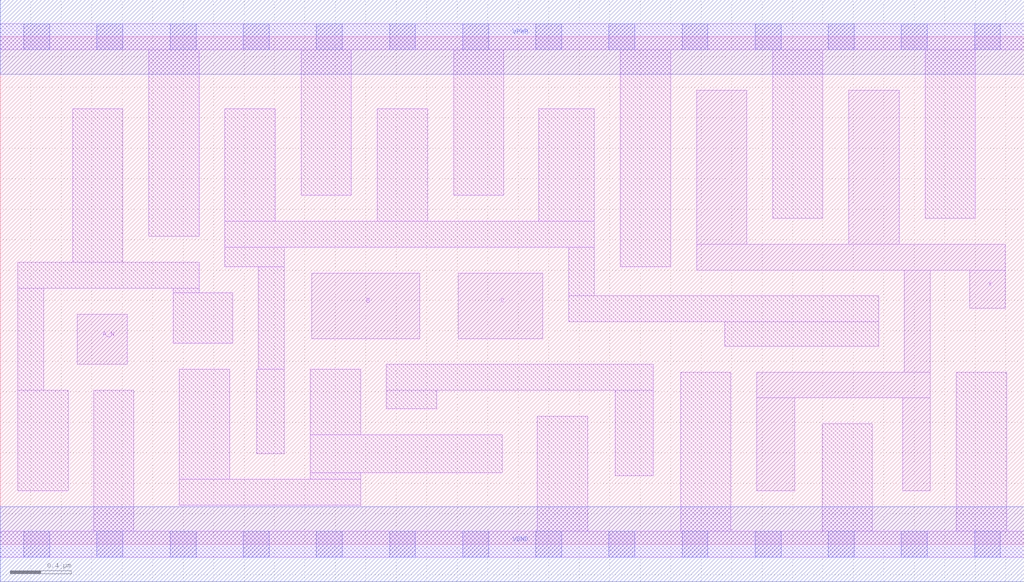
<source format=lef>
# Copyright 2020 The SkyWater PDK Authors
#
# Licensed under the Apache License, Version 2.0 (the "License");
# you may not use this file except in compliance with the License.
# You may obtain a copy of the License at
#
#     https://www.apache.org/licenses/LICENSE-2.0
#
# Unless required by applicable law or agreed to in writing, software
# distributed under the License is distributed on an "AS IS" BASIS,
# WITHOUT WARRANTIES OR CONDITIONS OF ANY KIND, either express or implied.
# See the License for the specific language governing permissions and
# limitations under the License.
#
# SPDX-License-Identifier: Apache-2.0

VERSION 5.7 ;
  NAMESCASESENSITIVE ON ;
  NOWIREEXTENSIONATPIN ON ;
  DIVIDERCHAR "/" ;
  BUSBITCHARS "[]" ;
UNITS
  DATABASE MICRONS 200 ;
END UNITS
MACRO sky130_fd_sc_hs__and3b_4
  CLASS CORE ;
  SOURCE USER ;
  FOREIGN sky130_fd_sc_hs__and3b_4 ;
  ORIGIN  0.000000  0.000000 ;
  SIZE  6.720000 BY  3.330000 ;
  SYMMETRY X Y ;
  SITE unit ;
  PIN A_N
    ANTENNAGATEAREA  0.246000 ;
    DIRECTION INPUT ;
    USE SIGNAL ;
    PORT
      LAYER li1 ;
        RECT 0.505000 1.180000 0.835000 1.510000 ;
    END
  END A_N
  PIN B
    ANTENNAGATEAREA  0.492000 ;
    DIRECTION INPUT ;
    USE SIGNAL ;
    PORT
      LAYER li1 ;
        RECT 2.045000 1.350000 2.755000 1.780000 ;
    END
  END B
  PIN C
    ANTENNAGATEAREA  0.492000 ;
    DIRECTION INPUT ;
    USE SIGNAL ;
    PORT
      LAYER li1 ;
        RECT 3.005000 1.350000 3.560000 1.780000 ;
    END
  END C
  PIN X
    ANTENNADIFFAREA  1.138200 ;
    DIRECTION OUTPUT ;
    USE SIGNAL ;
    PORT
      LAYER li1 ;
        RECT 4.570000 1.800000 6.595000 1.970000 ;
        RECT 4.570000 1.970000 4.900000 2.980000 ;
        RECT 4.965000 0.350000 5.215000 0.960000 ;
        RECT 4.965000 0.960000 6.105000 1.130000 ;
        RECT 5.570000 1.970000 5.900000 2.980000 ;
        RECT 5.925000 0.350000 6.105000 0.960000 ;
        RECT 5.935000 1.130000 6.105000 1.800000 ;
        RECT 6.365000 1.550000 6.595000 1.800000 ;
    END
  END X
  PIN VGND
    DIRECTION INOUT ;
    USE GROUND ;
    PORT
      LAYER met1 ;
        RECT 0.000000 -0.245000 6.720000 0.245000 ;
    END
  END VGND
  PIN VPWR
    DIRECTION INOUT ;
    USE POWER ;
    PORT
      LAYER met1 ;
        RECT 0.000000 3.085000 6.720000 3.575000 ;
    END
  END VPWR
  OBS
    LAYER li1 ;
      RECT 0.000000 -0.085000 6.720000 0.085000 ;
      RECT 0.000000  3.245000 6.720000 3.415000 ;
      RECT 0.115000  0.350000 0.445000 1.010000 ;
      RECT 0.115000  1.010000 0.285000 1.680000 ;
      RECT 0.115000  1.680000 1.305000 1.850000 ;
      RECT 0.475000  1.850000 0.805000 2.860000 ;
      RECT 0.615000  0.085000 0.875000 1.010000 ;
      RECT 0.975000  2.020000 1.305000 3.245000 ;
      RECT 1.135000  1.320000 1.525000 1.650000 ;
      RECT 1.135000  1.650000 1.305000 1.680000 ;
      RECT 1.175000  0.255000 2.365000 0.425000 ;
      RECT 1.175000  0.425000 1.505000 1.150000 ;
      RECT 1.475000  1.820000 1.865000 1.950000 ;
      RECT 1.475000  1.950000 3.900000 2.120000 ;
      RECT 1.475000  2.120000 1.805000 2.860000 ;
      RECT 1.685000  0.595000 1.865000 1.150000 ;
      RECT 1.695000  1.150000 1.865000 1.820000 ;
      RECT 1.975000  2.290000 2.305000 3.245000 ;
      RECT 2.035000  0.425000 2.365000 0.470000 ;
      RECT 2.035000  0.470000 3.295000 0.720000 ;
      RECT 2.035000  0.720000 2.365000 1.150000 ;
      RECT 2.475000  2.120000 2.805000 2.860000 ;
      RECT 2.535000  0.890000 2.865000 1.010000 ;
      RECT 2.535000  1.010000 4.285000 1.180000 ;
      RECT 2.975000  2.290000 3.305000 3.245000 ;
      RECT 3.525000  0.085000 3.855000 0.840000 ;
      RECT 3.535000  2.120000 3.900000 2.860000 ;
      RECT 3.730000  1.460000 5.765000 1.630000 ;
      RECT 3.730000  1.630000 3.900000 1.950000 ;
      RECT 4.035000  0.450000 4.285000 1.010000 ;
      RECT 4.070000  1.820000 4.400000 3.245000 ;
      RECT 4.465000  0.085000 4.795000 1.130000 ;
      RECT 4.755000  1.300000 5.765000 1.460000 ;
      RECT 5.070000  2.140000 5.400000 3.245000 ;
      RECT 5.395000  0.085000 5.725000 0.790000 ;
      RECT 6.070000  2.140000 6.400000 3.245000 ;
      RECT 6.275000  0.085000 6.605000 1.130000 ;
    LAYER mcon ;
      RECT 0.155000 -0.085000 0.325000 0.085000 ;
      RECT 0.155000  3.245000 0.325000 3.415000 ;
      RECT 0.635000 -0.085000 0.805000 0.085000 ;
      RECT 0.635000  3.245000 0.805000 3.415000 ;
      RECT 1.115000 -0.085000 1.285000 0.085000 ;
      RECT 1.115000  3.245000 1.285000 3.415000 ;
      RECT 1.595000 -0.085000 1.765000 0.085000 ;
      RECT 1.595000  3.245000 1.765000 3.415000 ;
      RECT 2.075000 -0.085000 2.245000 0.085000 ;
      RECT 2.075000  3.245000 2.245000 3.415000 ;
      RECT 2.555000 -0.085000 2.725000 0.085000 ;
      RECT 2.555000  3.245000 2.725000 3.415000 ;
      RECT 3.035000 -0.085000 3.205000 0.085000 ;
      RECT 3.035000  3.245000 3.205000 3.415000 ;
      RECT 3.515000 -0.085000 3.685000 0.085000 ;
      RECT 3.515000  3.245000 3.685000 3.415000 ;
      RECT 3.995000 -0.085000 4.165000 0.085000 ;
      RECT 3.995000  3.245000 4.165000 3.415000 ;
      RECT 4.475000 -0.085000 4.645000 0.085000 ;
      RECT 4.475000  3.245000 4.645000 3.415000 ;
      RECT 4.955000 -0.085000 5.125000 0.085000 ;
      RECT 4.955000  3.245000 5.125000 3.415000 ;
      RECT 5.435000 -0.085000 5.605000 0.085000 ;
      RECT 5.435000  3.245000 5.605000 3.415000 ;
      RECT 5.915000 -0.085000 6.085000 0.085000 ;
      RECT 5.915000  3.245000 6.085000 3.415000 ;
      RECT 6.395000 -0.085000 6.565000 0.085000 ;
      RECT 6.395000  3.245000 6.565000 3.415000 ;
  END
END sky130_fd_sc_hs__and3b_4
END LIBRARY

</source>
